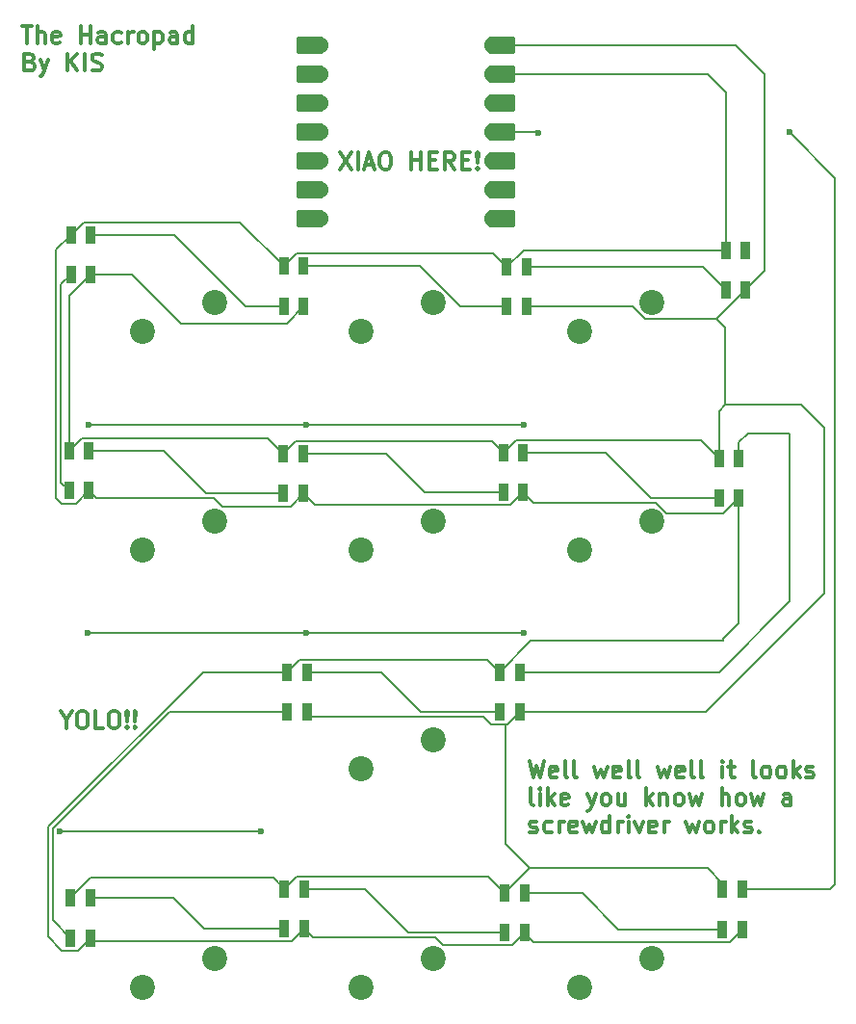
<source format=gbr>
%TF.GenerationSoftware,KiCad,Pcbnew,9.0.6*%
%TF.CreationDate,2025-12-08T11:04:57+13:00*%
%TF.ProjectId,hacropad,68616372-6f70-4616-942e-6b696361645f,rev?*%
%TF.SameCoordinates,Original*%
%TF.FileFunction,Copper,L1,Top*%
%TF.FilePolarity,Positive*%
%FSLAX46Y46*%
G04 Gerber Fmt 4.6, Leading zero omitted, Abs format (unit mm)*
G04 Created by KiCad (PCBNEW 9.0.6) date 2025-12-08 11:04:57*
%MOMM*%
%LPD*%
G01*
G04 APERTURE LIST*
G04 Aperture macros list*
%AMRoundRect*
0 Rectangle with rounded corners*
0 $1 Rounding radius*
0 $2 $3 $4 $5 $6 $7 $8 $9 X,Y pos of 4 corners*
0 Add a 4 corners polygon primitive as box body*
4,1,4,$2,$3,$4,$5,$6,$7,$8,$9,$2,$3,0*
0 Add four circle primitives for the rounded corners*
1,1,$1+$1,$2,$3*
1,1,$1+$1,$4,$5*
1,1,$1+$1,$6,$7*
1,1,$1+$1,$8,$9*
0 Add four rect primitives between the rounded corners*
20,1,$1+$1,$2,$3,$4,$5,0*
20,1,$1+$1,$4,$5,$6,$7,0*
20,1,$1+$1,$6,$7,$8,$9,0*
20,1,$1+$1,$8,$9,$2,$3,0*%
G04 Aperture macros list end*
%ADD10C,0.300000*%
%TA.AperFunction,NonConductor*%
%ADD11C,0.300000*%
%TD*%
%TA.AperFunction,SMDPad,CuDef*%
%ADD12R,0.850000X1.600000*%
%TD*%
%TA.AperFunction,ComponentPad*%
%ADD13C,2.200000*%
%TD*%
%TA.AperFunction,SMDPad,CuDef*%
%ADD14RoundRect,0.152400X1.063600X0.609600X-1.063600X0.609600X-1.063600X-0.609600X1.063600X-0.609600X0*%
%TD*%
%TA.AperFunction,ComponentPad*%
%ADD15C,1.524000*%
%TD*%
%TA.AperFunction,SMDPad,CuDef*%
%ADD16RoundRect,0.152400X-1.063600X-0.609600X1.063600X-0.609600X1.063600X0.609600X-1.063600X0.609600X0*%
%TD*%
%TA.AperFunction,ViaPad*%
%ADD17C,0.600000*%
%TD*%
%TA.AperFunction,Conductor*%
%ADD18C,0.200000*%
%TD*%
G04 APERTURE END LIST*
D10*
D11*
X158301653Y-89310996D02*
X158658796Y-90810996D01*
X158658796Y-90810996D02*
X158944510Y-89739568D01*
X158944510Y-89739568D02*
X159230225Y-90810996D01*
X159230225Y-90810996D02*
X159587368Y-89310996D01*
X160730225Y-90739568D02*
X160587368Y-90810996D01*
X160587368Y-90810996D02*
X160301654Y-90810996D01*
X160301654Y-90810996D02*
X160158796Y-90739568D01*
X160158796Y-90739568D02*
X160087368Y-90596710D01*
X160087368Y-90596710D02*
X160087368Y-90025282D01*
X160087368Y-90025282D02*
X160158796Y-89882425D01*
X160158796Y-89882425D02*
X160301654Y-89810996D01*
X160301654Y-89810996D02*
X160587368Y-89810996D01*
X160587368Y-89810996D02*
X160730225Y-89882425D01*
X160730225Y-89882425D02*
X160801654Y-90025282D01*
X160801654Y-90025282D02*
X160801654Y-90168139D01*
X160801654Y-90168139D02*
X160087368Y-90310996D01*
X161658796Y-90810996D02*
X161515939Y-90739568D01*
X161515939Y-90739568D02*
X161444510Y-90596710D01*
X161444510Y-90596710D02*
X161444510Y-89310996D01*
X162444510Y-90810996D02*
X162301653Y-90739568D01*
X162301653Y-90739568D02*
X162230224Y-90596710D01*
X162230224Y-90596710D02*
X162230224Y-89310996D01*
X164015938Y-89810996D02*
X164301653Y-90810996D01*
X164301653Y-90810996D02*
X164587367Y-90096710D01*
X164587367Y-90096710D02*
X164873081Y-90810996D01*
X164873081Y-90810996D02*
X165158795Y-89810996D01*
X166301653Y-90739568D02*
X166158796Y-90810996D01*
X166158796Y-90810996D02*
X165873082Y-90810996D01*
X165873082Y-90810996D02*
X165730224Y-90739568D01*
X165730224Y-90739568D02*
X165658796Y-90596710D01*
X165658796Y-90596710D02*
X165658796Y-90025282D01*
X165658796Y-90025282D02*
X165730224Y-89882425D01*
X165730224Y-89882425D02*
X165873082Y-89810996D01*
X165873082Y-89810996D02*
X166158796Y-89810996D01*
X166158796Y-89810996D02*
X166301653Y-89882425D01*
X166301653Y-89882425D02*
X166373082Y-90025282D01*
X166373082Y-90025282D02*
X166373082Y-90168139D01*
X166373082Y-90168139D02*
X165658796Y-90310996D01*
X167230224Y-90810996D02*
X167087367Y-90739568D01*
X167087367Y-90739568D02*
X167015938Y-90596710D01*
X167015938Y-90596710D02*
X167015938Y-89310996D01*
X168015938Y-90810996D02*
X167873081Y-90739568D01*
X167873081Y-90739568D02*
X167801652Y-90596710D01*
X167801652Y-90596710D02*
X167801652Y-89310996D01*
X169587366Y-89810996D02*
X169873081Y-90810996D01*
X169873081Y-90810996D02*
X170158795Y-90096710D01*
X170158795Y-90096710D02*
X170444509Y-90810996D01*
X170444509Y-90810996D02*
X170730223Y-89810996D01*
X171873081Y-90739568D02*
X171730224Y-90810996D01*
X171730224Y-90810996D02*
X171444510Y-90810996D01*
X171444510Y-90810996D02*
X171301652Y-90739568D01*
X171301652Y-90739568D02*
X171230224Y-90596710D01*
X171230224Y-90596710D02*
X171230224Y-90025282D01*
X171230224Y-90025282D02*
X171301652Y-89882425D01*
X171301652Y-89882425D02*
X171444510Y-89810996D01*
X171444510Y-89810996D02*
X171730224Y-89810996D01*
X171730224Y-89810996D02*
X171873081Y-89882425D01*
X171873081Y-89882425D02*
X171944510Y-90025282D01*
X171944510Y-90025282D02*
X171944510Y-90168139D01*
X171944510Y-90168139D02*
X171230224Y-90310996D01*
X172801652Y-90810996D02*
X172658795Y-90739568D01*
X172658795Y-90739568D02*
X172587366Y-90596710D01*
X172587366Y-90596710D02*
X172587366Y-89310996D01*
X173587366Y-90810996D02*
X173444509Y-90739568D01*
X173444509Y-90739568D02*
X173373080Y-90596710D01*
X173373080Y-90596710D02*
X173373080Y-89310996D01*
X175301651Y-90810996D02*
X175301651Y-89810996D01*
X175301651Y-89310996D02*
X175230223Y-89382425D01*
X175230223Y-89382425D02*
X175301651Y-89453853D01*
X175301651Y-89453853D02*
X175373080Y-89382425D01*
X175373080Y-89382425D02*
X175301651Y-89310996D01*
X175301651Y-89310996D02*
X175301651Y-89453853D01*
X175801652Y-89810996D02*
X176373080Y-89810996D01*
X176015937Y-89310996D02*
X176015937Y-90596710D01*
X176015937Y-90596710D02*
X176087366Y-90739568D01*
X176087366Y-90739568D02*
X176230223Y-90810996D01*
X176230223Y-90810996D02*
X176373080Y-90810996D01*
X178230223Y-90810996D02*
X178087366Y-90739568D01*
X178087366Y-90739568D02*
X178015937Y-90596710D01*
X178015937Y-90596710D02*
X178015937Y-89310996D01*
X179015937Y-90810996D02*
X178873080Y-90739568D01*
X178873080Y-90739568D02*
X178801651Y-90668139D01*
X178801651Y-90668139D02*
X178730223Y-90525282D01*
X178730223Y-90525282D02*
X178730223Y-90096710D01*
X178730223Y-90096710D02*
X178801651Y-89953853D01*
X178801651Y-89953853D02*
X178873080Y-89882425D01*
X178873080Y-89882425D02*
X179015937Y-89810996D01*
X179015937Y-89810996D02*
X179230223Y-89810996D01*
X179230223Y-89810996D02*
X179373080Y-89882425D01*
X179373080Y-89882425D02*
X179444509Y-89953853D01*
X179444509Y-89953853D02*
X179515937Y-90096710D01*
X179515937Y-90096710D02*
X179515937Y-90525282D01*
X179515937Y-90525282D02*
X179444509Y-90668139D01*
X179444509Y-90668139D02*
X179373080Y-90739568D01*
X179373080Y-90739568D02*
X179230223Y-90810996D01*
X179230223Y-90810996D02*
X179015937Y-90810996D01*
X180373080Y-90810996D02*
X180230223Y-90739568D01*
X180230223Y-90739568D02*
X180158794Y-90668139D01*
X180158794Y-90668139D02*
X180087366Y-90525282D01*
X180087366Y-90525282D02*
X180087366Y-90096710D01*
X180087366Y-90096710D02*
X180158794Y-89953853D01*
X180158794Y-89953853D02*
X180230223Y-89882425D01*
X180230223Y-89882425D02*
X180373080Y-89810996D01*
X180373080Y-89810996D02*
X180587366Y-89810996D01*
X180587366Y-89810996D02*
X180730223Y-89882425D01*
X180730223Y-89882425D02*
X180801652Y-89953853D01*
X180801652Y-89953853D02*
X180873080Y-90096710D01*
X180873080Y-90096710D02*
X180873080Y-90525282D01*
X180873080Y-90525282D02*
X180801652Y-90668139D01*
X180801652Y-90668139D02*
X180730223Y-90739568D01*
X180730223Y-90739568D02*
X180587366Y-90810996D01*
X180587366Y-90810996D02*
X180373080Y-90810996D01*
X181515937Y-90810996D02*
X181515937Y-89310996D01*
X181658795Y-90239568D02*
X182087366Y-90810996D01*
X182087366Y-89810996D02*
X181515937Y-90382425D01*
X182658795Y-90739568D02*
X182801652Y-90810996D01*
X182801652Y-90810996D02*
X183087366Y-90810996D01*
X183087366Y-90810996D02*
X183230223Y-90739568D01*
X183230223Y-90739568D02*
X183301652Y-90596710D01*
X183301652Y-90596710D02*
X183301652Y-90525282D01*
X183301652Y-90525282D02*
X183230223Y-90382425D01*
X183230223Y-90382425D02*
X183087366Y-90310996D01*
X183087366Y-90310996D02*
X182873081Y-90310996D01*
X182873081Y-90310996D02*
X182730223Y-90239568D01*
X182730223Y-90239568D02*
X182658795Y-90096710D01*
X182658795Y-90096710D02*
X182658795Y-90025282D01*
X182658795Y-90025282D02*
X182730223Y-89882425D01*
X182730223Y-89882425D02*
X182873081Y-89810996D01*
X182873081Y-89810996D02*
X183087366Y-89810996D01*
X183087366Y-89810996D02*
X183230223Y-89882425D01*
X158658796Y-93225912D02*
X158515939Y-93154484D01*
X158515939Y-93154484D02*
X158444510Y-93011626D01*
X158444510Y-93011626D02*
X158444510Y-91725912D01*
X159230224Y-93225912D02*
X159230224Y-92225912D01*
X159230224Y-91725912D02*
X159158796Y-91797341D01*
X159158796Y-91797341D02*
X159230224Y-91868769D01*
X159230224Y-91868769D02*
X159301653Y-91797341D01*
X159301653Y-91797341D02*
X159230224Y-91725912D01*
X159230224Y-91725912D02*
X159230224Y-91868769D01*
X159944510Y-93225912D02*
X159944510Y-91725912D01*
X160087368Y-92654484D02*
X160515939Y-93225912D01*
X160515939Y-92225912D02*
X159944510Y-92797341D01*
X161730225Y-93154484D02*
X161587368Y-93225912D01*
X161587368Y-93225912D02*
X161301654Y-93225912D01*
X161301654Y-93225912D02*
X161158796Y-93154484D01*
X161158796Y-93154484D02*
X161087368Y-93011626D01*
X161087368Y-93011626D02*
X161087368Y-92440198D01*
X161087368Y-92440198D02*
X161158796Y-92297341D01*
X161158796Y-92297341D02*
X161301654Y-92225912D01*
X161301654Y-92225912D02*
X161587368Y-92225912D01*
X161587368Y-92225912D02*
X161730225Y-92297341D01*
X161730225Y-92297341D02*
X161801654Y-92440198D01*
X161801654Y-92440198D02*
X161801654Y-92583055D01*
X161801654Y-92583055D02*
X161087368Y-92725912D01*
X163444510Y-92225912D02*
X163801653Y-93225912D01*
X164158796Y-92225912D02*
X163801653Y-93225912D01*
X163801653Y-93225912D02*
X163658796Y-93583055D01*
X163658796Y-93583055D02*
X163587367Y-93654484D01*
X163587367Y-93654484D02*
X163444510Y-93725912D01*
X164944510Y-93225912D02*
X164801653Y-93154484D01*
X164801653Y-93154484D02*
X164730224Y-93083055D01*
X164730224Y-93083055D02*
X164658796Y-92940198D01*
X164658796Y-92940198D02*
X164658796Y-92511626D01*
X164658796Y-92511626D02*
X164730224Y-92368769D01*
X164730224Y-92368769D02*
X164801653Y-92297341D01*
X164801653Y-92297341D02*
X164944510Y-92225912D01*
X164944510Y-92225912D02*
X165158796Y-92225912D01*
X165158796Y-92225912D02*
X165301653Y-92297341D01*
X165301653Y-92297341D02*
X165373082Y-92368769D01*
X165373082Y-92368769D02*
X165444510Y-92511626D01*
X165444510Y-92511626D02*
X165444510Y-92940198D01*
X165444510Y-92940198D02*
X165373082Y-93083055D01*
X165373082Y-93083055D02*
X165301653Y-93154484D01*
X165301653Y-93154484D02*
X165158796Y-93225912D01*
X165158796Y-93225912D02*
X164944510Y-93225912D01*
X166730225Y-92225912D02*
X166730225Y-93225912D01*
X166087367Y-92225912D02*
X166087367Y-93011626D01*
X166087367Y-93011626D02*
X166158796Y-93154484D01*
X166158796Y-93154484D02*
X166301653Y-93225912D01*
X166301653Y-93225912D02*
X166515939Y-93225912D01*
X166515939Y-93225912D02*
X166658796Y-93154484D01*
X166658796Y-93154484D02*
X166730225Y-93083055D01*
X168587367Y-93225912D02*
X168587367Y-91725912D01*
X168730225Y-92654484D02*
X169158796Y-93225912D01*
X169158796Y-92225912D02*
X168587367Y-92797341D01*
X169801653Y-92225912D02*
X169801653Y-93225912D01*
X169801653Y-92368769D02*
X169873082Y-92297341D01*
X169873082Y-92297341D02*
X170015939Y-92225912D01*
X170015939Y-92225912D02*
X170230225Y-92225912D01*
X170230225Y-92225912D02*
X170373082Y-92297341D01*
X170373082Y-92297341D02*
X170444511Y-92440198D01*
X170444511Y-92440198D02*
X170444511Y-93225912D01*
X171373082Y-93225912D02*
X171230225Y-93154484D01*
X171230225Y-93154484D02*
X171158796Y-93083055D01*
X171158796Y-93083055D02*
X171087368Y-92940198D01*
X171087368Y-92940198D02*
X171087368Y-92511626D01*
X171087368Y-92511626D02*
X171158796Y-92368769D01*
X171158796Y-92368769D02*
X171230225Y-92297341D01*
X171230225Y-92297341D02*
X171373082Y-92225912D01*
X171373082Y-92225912D02*
X171587368Y-92225912D01*
X171587368Y-92225912D02*
X171730225Y-92297341D01*
X171730225Y-92297341D02*
X171801654Y-92368769D01*
X171801654Y-92368769D02*
X171873082Y-92511626D01*
X171873082Y-92511626D02*
X171873082Y-92940198D01*
X171873082Y-92940198D02*
X171801654Y-93083055D01*
X171801654Y-93083055D02*
X171730225Y-93154484D01*
X171730225Y-93154484D02*
X171587368Y-93225912D01*
X171587368Y-93225912D02*
X171373082Y-93225912D01*
X172373082Y-92225912D02*
X172658797Y-93225912D01*
X172658797Y-93225912D02*
X172944511Y-92511626D01*
X172944511Y-92511626D02*
X173230225Y-93225912D01*
X173230225Y-93225912D02*
X173515939Y-92225912D01*
X175230225Y-93225912D02*
X175230225Y-91725912D01*
X175873083Y-93225912D02*
X175873083Y-92440198D01*
X175873083Y-92440198D02*
X175801654Y-92297341D01*
X175801654Y-92297341D02*
X175658797Y-92225912D01*
X175658797Y-92225912D02*
X175444511Y-92225912D01*
X175444511Y-92225912D02*
X175301654Y-92297341D01*
X175301654Y-92297341D02*
X175230225Y-92368769D01*
X176801654Y-93225912D02*
X176658797Y-93154484D01*
X176658797Y-93154484D02*
X176587368Y-93083055D01*
X176587368Y-93083055D02*
X176515940Y-92940198D01*
X176515940Y-92940198D02*
X176515940Y-92511626D01*
X176515940Y-92511626D02*
X176587368Y-92368769D01*
X176587368Y-92368769D02*
X176658797Y-92297341D01*
X176658797Y-92297341D02*
X176801654Y-92225912D01*
X176801654Y-92225912D02*
X177015940Y-92225912D01*
X177015940Y-92225912D02*
X177158797Y-92297341D01*
X177158797Y-92297341D02*
X177230226Y-92368769D01*
X177230226Y-92368769D02*
X177301654Y-92511626D01*
X177301654Y-92511626D02*
X177301654Y-92940198D01*
X177301654Y-92940198D02*
X177230226Y-93083055D01*
X177230226Y-93083055D02*
X177158797Y-93154484D01*
X177158797Y-93154484D02*
X177015940Y-93225912D01*
X177015940Y-93225912D02*
X176801654Y-93225912D01*
X177801654Y-92225912D02*
X178087369Y-93225912D01*
X178087369Y-93225912D02*
X178373083Y-92511626D01*
X178373083Y-92511626D02*
X178658797Y-93225912D01*
X178658797Y-93225912D02*
X178944511Y-92225912D01*
X181301655Y-93225912D02*
X181301655Y-92440198D01*
X181301655Y-92440198D02*
X181230226Y-92297341D01*
X181230226Y-92297341D02*
X181087369Y-92225912D01*
X181087369Y-92225912D02*
X180801655Y-92225912D01*
X180801655Y-92225912D02*
X180658797Y-92297341D01*
X181301655Y-93154484D02*
X181158797Y-93225912D01*
X181158797Y-93225912D02*
X180801655Y-93225912D01*
X180801655Y-93225912D02*
X180658797Y-93154484D01*
X180658797Y-93154484D02*
X180587369Y-93011626D01*
X180587369Y-93011626D02*
X180587369Y-92868769D01*
X180587369Y-92868769D02*
X180658797Y-92725912D01*
X180658797Y-92725912D02*
X180801655Y-92654484D01*
X180801655Y-92654484D02*
X181158797Y-92654484D01*
X181158797Y-92654484D02*
X181301655Y-92583055D01*
X158373082Y-95569400D02*
X158515939Y-95640828D01*
X158515939Y-95640828D02*
X158801653Y-95640828D01*
X158801653Y-95640828D02*
X158944510Y-95569400D01*
X158944510Y-95569400D02*
X159015939Y-95426542D01*
X159015939Y-95426542D02*
X159015939Y-95355114D01*
X159015939Y-95355114D02*
X158944510Y-95212257D01*
X158944510Y-95212257D02*
X158801653Y-95140828D01*
X158801653Y-95140828D02*
X158587368Y-95140828D01*
X158587368Y-95140828D02*
X158444510Y-95069400D01*
X158444510Y-95069400D02*
X158373082Y-94926542D01*
X158373082Y-94926542D02*
X158373082Y-94855114D01*
X158373082Y-94855114D02*
X158444510Y-94712257D01*
X158444510Y-94712257D02*
X158587368Y-94640828D01*
X158587368Y-94640828D02*
X158801653Y-94640828D01*
X158801653Y-94640828D02*
X158944510Y-94712257D01*
X160301654Y-95569400D02*
X160158796Y-95640828D01*
X160158796Y-95640828D02*
X159873082Y-95640828D01*
X159873082Y-95640828D02*
X159730225Y-95569400D01*
X159730225Y-95569400D02*
X159658796Y-95497971D01*
X159658796Y-95497971D02*
X159587368Y-95355114D01*
X159587368Y-95355114D02*
X159587368Y-94926542D01*
X159587368Y-94926542D02*
X159658796Y-94783685D01*
X159658796Y-94783685D02*
X159730225Y-94712257D01*
X159730225Y-94712257D02*
X159873082Y-94640828D01*
X159873082Y-94640828D02*
X160158796Y-94640828D01*
X160158796Y-94640828D02*
X160301654Y-94712257D01*
X160944510Y-95640828D02*
X160944510Y-94640828D01*
X160944510Y-94926542D02*
X161015939Y-94783685D01*
X161015939Y-94783685D02*
X161087368Y-94712257D01*
X161087368Y-94712257D02*
X161230225Y-94640828D01*
X161230225Y-94640828D02*
X161373082Y-94640828D01*
X162444510Y-95569400D02*
X162301653Y-95640828D01*
X162301653Y-95640828D02*
X162015939Y-95640828D01*
X162015939Y-95640828D02*
X161873081Y-95569400D01*
X161873081Y-95569400D02*
X161801653Y-95426542D01*
X161801653Y-95426542D02*
X161801653Y-94855114D01*
X161801653Y-94855114D02*
X161873081Y-94712257D01*
X161873081Y-94712257D02*
X162015939Y-94640828D01*
X162015939Y-94640828D02*
X162301653Y-94640828D01*
X162301653Y-94640828D02*
X162444510Y-94712257D01*
X162444510Y-94712257D02*
X162515939Y-94855114D01*
X162515939Y-94855114D02*
X162515939Y-94997971D01*
X162515939Y-94997971D02*
X161801653Y-95140828D01*
X163015938Y-94640828D02*
X163301653Y-95640828D01*
X163301653Y-95640828D02*
X163587367Y-94926542D01*
X163587367Y-94926542D02*
X163873081Y-95640828D01*
X163873081Y-95640828D02*
X164158795Y-94640828D01*
X165373082Y-95640828D02*
X165373082Y-94140828D01*
X165373082Y-95569400D02*
X165230224Y-95640828D01*
X165230224Y-95640828D02*
X164944510Y-95640828D01*
X164944510Y-95640828D02*
X164801653Y-95569400D01*
X164801653Y-95569400D02*
X164730224Y-95497971D01*
X164730224Y-95497971D02*
X164658796Y-95355114D01*
X164658796Y-95355114D02*
X164658796Y-94926542D01*
X164658796Y-94926542D02*
X164730224Y-94783685D01*
X164730224Y-94783685D02*
X164801653Y-94712257D01*
X164801653Y-94712257D02*
X164944510Y-94640828D01*
X164944510Y-94640828D02*
X165230224Y-94640828D01*
X165230224Y-94640828D02*
X165373082Y-94712257D01*
X166087367Y-95640828D02*
X166087367Y-94640828D01*
X166087367Y-94926542D02*
X166158796Y-94783685D01*
X166158796Y-94783685D02*
X166230225Y-94712257D01*
X166230225Y-94712257D02*
X166373082Y-94640828D01*
X166373082Y-94640828D02*
X166515939Y-94640828D01*
X167015938Y-95640828D02*
X167015938Y-94640828D01*
X167015938Y-94140828D02*
X166944510Y-94212257D01*
X166944510Y-94212257D02*
X167015938Y-94283685D01*
X167015938Y-94283685D02*
X167087367Y-94212257D01*
X167087367Y-94212257D02*
X167015938Y-94140828D01*
X167015938Y-94140828D02*
X167015938Y-94283685D01*
X167587367Y-94640828D02*
X167944510Y-95640828D01*
X167944510Y-95640828D02*
X168301653Y-94640828D01*
X169444510Y-95569400D02*
X169301653Y-95640828D01*
X169301653Y-95640828D02*
X169015939Y-95640828D01*
X169015939Y-95640828D02*
X168873081Y-95569400D01*
X168873081Y-95569400D02*
X168801653Y-95426542D01*
X168801653Y-95426542D02*
X168801653Y-94855114D01*
X168801653Y-94855114D02*
X168873081Y-94712257D01*
X168873081Y-94712257D02*
X169015939Y-94640828D01*
X169015939Y-94640828D02*
X169301653Y-94640828D01*
X169301653Y-94640828D02*
X169444510Y-94712257D01*
X169444510Y-94712257D02*
X169515939Y-94855114D01*
X169515939Y-94855114D02*
X169515939Y-94997971D01*
X169515939Y-94997971D02*
X168801653Y-95140828D01*
X170158795Y-95640828D02*
X170158795Y-94640828D01*
X170158795Y-94926542D02*
X170230224Y-94783685D01*
X170230224Y-94783685D02*
X170301653Y-94712257D01*
X170301653Y-94712257D02*
X170444510Y-94640828D01*
X170444510Y-94640828D02*
X170587367Y-94640828D01*
X172087366Y-94640828D02*
X172373081Y-95640828D01*
X172373081Y-95640828D02*
X172658795Y-94926542D01*
X172658795Y-94926542D02*
X172944509Y-95640828D01*
X172944509Y-95640828D02*
X173230223Y-94640828D01*
X174015938Y-95640828D02*
X173873081Y-95569400D01*
X173873081Y-95569400D02*
X173801652Y-95497971D01*
X173801652Y-95497971D02*
X173730224Y-95355114D01*
X173730224Y-95355114D02*
X173730224Y-94926542D01*
X173730224Y-94926542D02*
X173801652Y-94783685D01*
X173801652Y-94783685D02*
X173873081Y-94712257D01*
X173873081Y-94712257D02*
X174015938Y-94640828D01*
X174015938Y-94640828D02*
X174230224Y-94640828D01*
X174230224Y-94640828D02*
X174373081Y-94712257D01*
X174373081Y-94712257D02*
X174444510Y-94783685D01*
X174444510Y-94783685D02*
X174515938Y-94926542D01*
X174515938Y-94926542D02*
X174515938Y-95355114D01*
X174515938Y-95355114D02*
X174444510Y-95497971D01*
X174444510Y-95497971D02*
X174373081Y-95569400D01*
X174373081Y-95569400D02*
X174230224Y-95640828D01*
X174230224Y-95640828D02*
X174015938Y-95640828D01*
X175158795Y-95640828D02*
X175158795Y-94640828D01*
X175158795Y-94926542D02*
X175230224Y-94783685D01*
X175230224Y-94783685D02*
X175301653Y-94712257D01*
X175301653Y-94712257D02*
X175444510Y-94640828D01*
X175444510Y-94640828D02*
X175587367Y-94640828D01*
X176087366Y-95640828D02*
X176087366Y-94140828D01*
X176230224Y-95069400D02*
X176658795Y-95640828D01*
X176658795Y-94640828D02*
X176087366Y-95212257D01*
X177230224Y-95569400D02*
X177373081Y-95640828D01*
X177373081Y-95640828D02*
X177658795Y-95640828D01*
X177658795Y-95640828D02*
X177801652Y-95569400D01*
X177801652Y-95569400D02*
X177873081Y-95426542D01*
X177873081Y-95426542D02*
X177873081Y-95355114D01*
X177873081Y-95355114D02*
X177801652Y-95212257D01*
X177801652Y-95212257D02*
X177658795Y-95140828D01*
X177658795Y-95140828D02*
X177444510Y-95140828D01*
X177444510Y-95140828D02*
X177301652Y-95069400D01*
X177301652Y-95069400D02*
X177230224Y-94926542D01*
X177230224Y-94926542D02*
X177230224Y-94855114D01*
X177230224Y-94855114D02*
X177301652Y-94712257D01*
X177301652Y-94712257D02*
X177444510Y-94640828D01*
X177444510Y-94640828D02*
X177658795Y-94640828D01*
X177658795Y-94640828D02*
X177801652Y-94712257D01*
X178515938Y-95497971D02*
X178587367Y-95569400D01*
X178587367Y-95569400D02*
X178515938Y-95640828D01*
X178515938Y-95640828D02*
X178444510Y-95569400D01*
X178444510Y-95569400D02*
X178515938Y-95497971D01*
X178515938Y-95497971D02*
X178515938Y-95640828D01*
D10*
D11*
X141661653Y-35830828D02*
X142661653Y-37330828D01*
X142661653Y-35830828D02*
X141661653Y-37330828D01*
X143233081Y-37330828D02*
X143233081Y-35830828D01*
X143875939Y-36902257D02*
X144590225Y-36902257D01*
X143733082Y-37330828D02*
X144233082Y-35830828D01*
X144233082Y-35830828D02*
X144733082Y-37330828D01*
X145518796Y-35830828D02*
X145804510Y-35830828D01*
X145804510Y-35830828D02*
X145947367Y-35902257D01*
X145947367Y-35902257D02*
X146090224Y-36045114D01*
X146090224Y-36045114D02*
X146161653Y-36330828D01*
X146161653Y-36330828D02*
X146161653Y-36830828D01*
X146161653Y-36830828D02*
X146090224Y-37116542D01*
X146090224Y-37116542D02*
X145947367Y-37259400D01*
X145947367Y-37259400D02*
X145804510Y-37330828D01*
X145804510Y-37330828D02*
X145518796Y-37330828D01*
X145518796Y-37330828D02*
X145375939Y-37259400D01*
X145375939Y-37259400D02*
X145233081Y-37116542D01*
X145233081Y-37116542D02*
X145161653Y-36830828D01*
X145161653Y-36830828D02*
X145161653Y-36330828D01*
X145161653Y-36330828D02*
X145233081Y-36045114D01*
X145233081Y-36045114D02*
X145375939Y-35902257D01*
X145375939Y-35902257D02*
X145518796Y-35830828D01*
X147947367Y-37330828D02*
X147947367Y-35830828D01*
X147947367Y-36545114D02*
X148804510Y-36545114D01*
X148804510Y-37330828D02*
X148804510Y-35830828D01*
X149518796Y-36545114D02*
X150018796Y-36545114D01*
X150233082Y-37330828D02*
X149518796Y-37330828D01*
X149518796Y-37330828D02*
X149518796Y-35830828D01*
X149518796Y-35830828D02*
X150233082Y-35830828D01*
X151733082Y-37330828D02*
X151233082Y-36616542D01*
X150875939Y-37330828D02*
X150875939Y-35830828D01*
X150875939Y-35830828D02*
X151447368Y-35830828D01*
X151447368Y-35830828D02*
X151590225Y-35902257D01*
X151590225Y-35902257D02*
X151661654Y-35973685D01*
X151661654Y-35973685D02*
X151733082Y-36116542D01*
X151733082Y-36116542D02*
X151733082Y-36330828D01*
X151733082Y-36330828D02*
X151661654Y-36473685D01*
X151661654Y-36473685D02*
X151590225Y-36545114D01*
X151590225Y-36545114D02*
X151447368Y-36616542D01*
X151447368Y-36616542D02*
X150875939Y-36616542D01*
X152375939Y-36545114D02*
X152875939Y-36545114D01*
X153090225Y-37330828D02*
X152375939Y-37330828D01*
X152375939Y-37330828D02*
X152375939Y-35830828D01*
X152375939Y-35830828D02*
X153090225Y-35830828D01*
X153733082Y-37187971D02*
X153804511Y-37259400D01*
X153804511Y-37259400D02*
X153733082Y-37330828D01*
X153733082Y-37330828D02*
X153661654Y-37259400D01*
X153661654Y-37259400D02*
X153733082Y-37187971D01*
X153733082Y-37187971D02*
X153733082Y-37330828D01*
X153733082Y-36759400D02*
X153661654Y-35902257D01*
X153661654Y-35902257D02*
X153733082Y-35830828D01*
X153733082Y-35830828D02*
X153804511Y-35902257D01*
X153804511Y-35902257D02*
X153733082Y-36759400D01*
X153733082Y-36759400D02*
X153733082Y-35830828D01*
D10*
D11*
X117580225Y-85726542D02*
X117580225Y-86440828D01*
X117080225Y-84940828D02*
X117580225Y-85726542D01*
X117580225Y-85726542D02*
X118080225Y-84940828D01*
X118865939Y-84940828D02*
X119151653Y-84940828D01*
X119151653Y-84940828D02*
X119294510Y-85012257D01*
X119294510Y-85012257D02*
X119437367Y-85155114D01*
X119437367Y-85155114D02*
X119508796Y-85440828D01*
X119508796Y-85440828D02*
X119508796Y-85940828D01*
X119508796Y-85940828D02*
X119437367Y-86226542D01*
X119437367Y-86226542D02*
X119294510Y-86369400D01*
X119294510Y-86369400D02*
X119151653Y-86440828D01*
X119151653Y-86440828D02*
X118865939Y-86440828D01*
X118865939Y-86440828D02*
X118723082Y-86369400D01*
X118723082Y-86369400D02*
X118580224Y-86226542D01*
X118580224Y-86226542D02*
X118508796Y-85940828D01*
X118508796Y-85940828D02*
X118508796Y-85440828D01*
X118508796Y-85440828D02*
X118580224Y-85155114D01*
X118580224Y-85155114D02*
X118723082Y-85012257D01*
X118723082Y-85012257D02*
X118865939Y-84940828D01*
X120865939Y-86440828D02*
X120151653Y-86440828D01*
X120151653Y-86440828D02*
X120151653Y-84940828D01*
X121651654Y-84940828D02*
X121937368Y-84940828D01*
X121937368Y-84940828D02*
X122080225Y-85012257D01*
X122080225Y-85012257D02*
X122223082Y-85155114D01*
X122223082Y-85155114D02*
X122294511Y-85440828D01*
X122294511Y-85440828D02*
X122294511Y-85940828D01*
X122294511Y-85940828D02*
X122223082Y-86226542D01*
X122223082Y-86226542D02*
X122080225Y-86369400D01*
X122080225Y-86369400D02*
X121937368Y-86440828D01*
X121937368Y-86440828D02*
X121651654Y-86440828D01*
X121651654Y-86440828D02*
X121508797Y-86369400D01*
X121508797Y-86369400D02*
X121365939Y-86226542D01*
X121365939Y-86226542D02*
X121294511Y-85940828D01*
X121294511Y-85940828D02*
X121294511Y-85440828D01*
X121294511Y-85440828D02*
X121365939Y-85155114D01*
X121365939Y-85155114D02*
X121508797Y-85012257D01*
X121508797Y-85012257D02*
X121651654Y-84940828D01*
X122937368Y-86297971D02*
X123008797Y-86369400D01*
X123008797Y-86369400D02*
X122937368Y-86440828D01*
X122937368Y-86440828D02*
X122865940Y-86369400D01*
X122865940Y-86369400D02*
X122937368Y-86297971D01*
X122937368Y-86297971D02*
X122937368Y-86440828D01*
X122937368Y-85869400D02*
X122865940Y-85012257D01*
X122865940Y-85012257D02*
X122937368Y-84940828D01*
X122937368Y-84940828D02*
X123008797Y-85012257D01*
X123008797Y-85012257D02*
X122937368Y-85869400D01*
X122937368Y-85869400D02*
X122937368Y-84940828D01*
X123651654Y-86297971D02*
X123723083Y-86369400D01*
X123723083Y-86369400D02*
X123651654Y-86440828D01*
X123651654Y-86440828D02*
X123580226Y-86369400D01*
X123580226Y-86369400D02*
X123651654Y-86297971D01*
X123651654Y-86297971D02*
X123651654Y-86440828D01*
X123651654Y-85869400D02*
X123580226Y-85012257D01*
X123580226Y-85012257D02*
X123651654Y-84940828D01*
X123651654Y-84940828D02*
X123723083Y-85012257D01*
X123723083Y-85012257D02*
X123651654Y-85869400D01*
X123651654Y-85869400D02*
X123651654Y-84940828D01*
D10*
D11*
X113710225Y-24755912D02*
X114567368Y-24755912D01*
X114138796Y-26255912D02*
X114138796Y-24755912D01*
X115067367Y-26255912D02*
X115067367Y-24755912D01*
X115710225Y-26255912D02*
X115710225Y-25470198D01*
X115710225Y-25470198D02*
X115638796Y-25327341D01*
X115638796Y-25327341D02*
X115495939Y-25255912D01*
X115495939Y-25255912D02*
X115281653Y-25255912D01*
X115281653Y-25255912D02*
X115138796Y-25327341D01*
X115138796Y-25327341D02*
X115067367Y-25398769D01*
X116995939Y-26184484D02*
X116853082Y-26255912D01*
X116853082Y-26255912D02*
X116567368Y-26255912D01*
X116567368Y-26255912D02*
X116424510Y-26184484D01*
X116424510Y-26184484D02*
X116353082Y-26041626D01*
X116353082Y-26041626D02*
X116353082Y-25470198D01*
X116353082Y-25470198D02*
X116424510Y-25327341D01*
X116424510Y-25327341D02*
X116567368Y-25255912D01*
X116567368Y-25255912D02*
X116853082Y-25255912D01*
X116853082Y-25255912D02*
X116995939Y-25327341D01*
X116995939Y-25327341D02*
X117067368Y-25470198D01*
X117067368Y-25470198D02*
X117067368Y-25613055D01*
X117067368Y-25613055D02*
X116353082Y-25755912D01*
X118853081Y-26255912D02*
X118853081Y-24755912D01*
X118853081Y-25470198D02*
X119710224Y-25470198D01*
X119710224Y-26255912D02*
X119710224Y-24755912D01*
X121067368Y-26255912D02*
X121067368Y-25470198D01*
X121067368Y-25470198D02*
X120995939Y-25327341D01*
X120995939Y-25327341D02*
X120853082Y-25255912D01*
X120853082Y-25255912D02*
X120567368Y-25255912D01*
X120567368Y-25255912D02*
X120424510Y-25327341D01*
X121067368Y-26184484D02*
X120924510Y-26255912D01*
X120924510Y-26255912D02*
X120567368Y-26255912D01*
X120567368Y-26255912D02*
X120424510Y-26184484D01*
X120424510Y-26184484D02*
X120353082Y-26041626D01*
X120353082Y-26041626D02*
X120353082Y-25898769D01*
X120353082Y-25898769D02*
X120424510Y-25755912D01*
X120424510Y-25755912D02*
X120567368Y-25684484D01*
X120567368Y-25684484D02*
X120924510Y-25684484D01*
X120924510Y-25684484D02*
X121067368Y-25613055D01*
X122424511Y-26184484D02*
X122281653Y-26255912D01*
X122281653Y-26255912D02*
X121995939Y-26255912D01*
X121995939Y-26255912D02*
X121853082Y-26184484D01*
X121853082Y-26184484D02*
X121781653Y-26113055D01*
X121781653Y-26113055D02*
X121710225Y-25970198D01*
X121710225Y-25970198D02*
X121710225Y-25541626D01*
X121710225Y-25541626D02*
X121781653Y-25398769D01*
X121781653Y-25398769D02*
X121853082Y-25327341D01*
X121853082Y-25327341D02*
X121995939Y-25255912D01*
X121995939Y-25255912D02*
X122281653Y-25255912D01*
X122281653Y-25255912D02*
X122424511Y-25327341D01*
X123067367Y-26255912D02*
X123067367Y-25255912D01*
X123067367Y-25541626D02*
X123138796Y-25398769D01*
X123138796Y-25398769D02*
X123210225Y-25327341D01*
X123210225Y-25327341D02*
X123353082Y-25255912D01*
X123353082Y-25255912D02*
X123495939Y-25255912D01*
X124210224Y-26255912D02*
X124067367Y-26184484D01*
X124067367Y-26184484D02*
X123995938Y-26113055D01*
X123995938Y-26113055D02*
X123924510Y-25970198D01*
X123924510Y-25970198D02*
X123924510Y-25541626D01*
X123924510Y-25541626D02*
X123995938Y-25398769D01*
X123995938Y-25398769D02*
X124067367Y-25327341D01*
X124067367Y-25327341D02*
X124210224Y-25255912D01*
X124210224Y-25255912D02*
X124424510Y-25255912D01*
X124424510Y-25255912D02*
X124567367Y-25327341D01*
X124567367Y-25327341D02*
X124638796Y-25398769D01*
X124638796Y-25398769D02*
X124710224Y-25541626D01*
X124710224Y-25541626D02*
X124710224Y-25970198D01*
X124710224Y-25970198D02*
X124638796Y-26113055D01*
X124638796Y-26113055D02*
X124567367Y-26184484D01*
X124567367Y-26184484D02*
X124424510Y-26255912D01*
X124424510Y-26255912D02*
X124210224Y-26255912D01*
X125353081Y-25255912D02*
X125353081Y-26755912D01*
X125353081Y-25327341D02*
X125495939Y-25255912D01*
X125495939Y-25255912D02*
X125781653Y-25255912D01*
X125781653Y-25255912D02*
X125924510Y-25327341D01*
X125924510Y-25327341D02*
X125995939Y-25398769D01*
X125995939Y-25398769D02*
X126067367Y-25541626D01*
X126067367Y-25541626D02*
X126067367Y-25970198D01*
X126067367Y-25970198D02*
X125995939Y-26113055D01*
X125995939Y-26113055D02*
X125924510Y-26184484D01*
X125924510Y-26184484D02*
X125781653Y-26255912D01*
X125781653Y-26255912D02*
X125495939Y-26255912D01*
X125495939Y-26255912D02*
X125353081Y-26184484D01*
X127353082Y-26255912D02*
X127353082Y-25470198D01*
X127353082Y-25470198D02*
X127281653Y-25327341D01*
X127281653Y-25327341D02*
X127138796Y-25255912D01*
X127138796Y-25255912D02*
X126853082Y-25255912D01*
X126853082Y-25255912D02*
X126710224Y-25327341D01*
X127353082Y-26184484D02*
X127210224Y-26255912D01*
X127210224Y-26255912D02*
X126853082Y-26255912D01*
X126853082Y-26255912D02*
X126710224Y-26184484D01*
X126710224Y-26184484D02*
X126638796Y-26041626D01*
X126638796Y-26041626D02*
X126638796Y-25898769D01*
X126638796Y-25898769D02*
X126710224Y-25755912D01*
X126710224Y-25755912D02*
X126853082Y-25684484D01*
X126853082Y-25684484D02*
X127210224Y-25684484D01*
X127210224Y-25684484D02*
X127353082Y-25613055D01*
X128710225Y-26255912D02*
X128710225Y-24755912D01*
X128710225Y-26184484D02*
X128567367Y-26255912D01*
X128567367Y-26255912D02*
X128281653Y-26255912D01*
X128281653Y-26255912D02*
X128138796Y-26184484D01*
X128138796Y-26184484D02*
X128067367Y-26113055D01*
X128067367Y-26113055D02*
X127995939Y-25970198D01*
X127995939Y-25970198D02*
X127995939Y-25541626D01*
X127995939Y-25541626D02*
X128067367Y-25398769D01*
X128067367Y-25398769D02*
X128138796Y-25327341D01*
X128138796Y-25327341D02*
X128281653Y-25255912D01*
X128281653Y-25255912D02*
X128567367Y-25255912D01*
X128567367Y-25255912D02*
X128710225Y-25327341D01*
X114424510Y-27885114D02*
X114638796Y-27956542D01*
X114638796Y-27956542D02*
X114710225Y-28027971D01*
X114710225Y-28027971D02*
X114781653Y-28170828D01*
X114781653Y-28170828D02*
X114781653Y-28385114D01*
X114781653Y-28385114D02*
X114710225Y-28527971D01*
X114710225Y-28527971D02*
X114638796Y-28599400D01*
X114638796Y-28599400D02*
X114495939Y-28670828D01*
X114495939Y-28670828D02*
X113924510Y-28670828D01*
X113924510Y-28670828D02*
X113924510Y-27170828D01*
X113924510Y-27170828D02*
X114424510Y-27170828D01*
X114424510Y-27170828D02*
X114567368Y-27242257D01*
X114567368Y-27242257D02*
X114638796Y-27313685D01*
X114638796Y-27313685D02*
X114710225Y-27456542D01*
X114710225Y-27456542D02*
X114710225Y-27599400D01*
X114710225Y-27599400D02*
X114638796Y-27742257D01*
X114638796Y-27742257D02*
X114567368Y-27813685D01*
X114567368Y-27813685D02*
X114424510Y-27885114D01*
X114424510Y-27885114D02*
X113924510Y-27885114D01*
X115281653Y-27670828D02*
X115638796Y-28670828D01*
X115995939Y-27670828D02*
X115638796Y-28670828D01*
X115638796Y-28670828D02*
X115495939Y-29027971D01*
X115495939Y-29027971D02*
X115424510Y-29099400D01*
X115424510Y-29099400D02*
X115281653Y-29170828D01*
X117710224Y-28670828D02*
X117710224Y-27170828D01*
X118567367Y-28670828D02*
X117924510Y-27813685D01*
X118567367Y-27170828D02*
X117710224Y-28027971D01*
X119210224Y-28670828D02*
X119210224Y-27170828D01*
X119853082Y-28599400D02*
X120067368Y-28670828D01*
X120067368Y-28670828D02*
X120424510Y-28670828D01*
X120424510Y-28670828D02*
X120567368Y-28599400D01*
X120567368Y-28599400D02*
X120638796Y-28527971D01*
X120638796Y-28527971D02*
X120710225Y-28385114D01*
X120710225Y-28385114D02*
X120710225Y-28242257D01*
X120710225Y-28242257D02*
X120638796Y-28099400D01*
X120638796Y-28099400D02*
X120567368Y-28027971D01*
X120567368Y-28027971D02*
X120424510Y-27956542D01*
X120424510Y-27956542D02*
X120138796Y-27885114D01*
X120138796Y-27885114D02*
X119995939Y-27813685D01*
X119995939Y-27813685D02*
X119924510Y-27742257D01*
X119924510Y-27742257D02*
X119853082Y-27599400D01*
X119853082Y-27599400D02*
X119853082Y-27456542D01*
X119853082Y-27456542D02*
X119924510Y-27313685D01*
X119924510Y-27313685D02*
X119995939Y-27242257D01*
X119995939Y-27242257D02*
X120138796Y-27170828D01*
X120138796Y-27170828D02*
X120495939Y-27170828D01*
X120495939Y-27170828D02*
X120710225Y-27242257D01*
D12*
%TO.P,D13,1,DOUT*%
%TO.N,Net-(D13-DOUT)*%
X136720000Y-49340000D03*
%TO.P,D13,2,VSS*%
%TO.N,fIVER*%
X138470000Y-49340000D03*
%TO.P,D13,3,DIN*%
%TO.N,Net-(D12-DOUT)*%
X138470000Y-45840000D03*
%TO.P,D13,4,VDD*%
%TO.N,Floor*%
X136720000Y-45840000D03*
%TD*%
D13*
%TO.P,SW10,1,1*%
%TO.N,Col3*%
X169070000Y-106670000D03*
%TO.P,SW10,2,2*%
%TO.N,Net-(D10-A)*%
X162720000Y-109210000D03*
%TD*%
%TO.P,SW8,1,1*%
%TO.N,col1*%
X130670000Y-106670000D03*
%TO.P,SW8,2,2*%
%TO.N,Net-(D8-A)*%
X124320000Y-109210000D03*
%TD*%
%TO.P,SW6,1,1*%
%TO.N,Col3*%
X169070000Y-68280000D03*
%TO.P,SW6,2,2*%
%TO.N,Net-(D6-A)*%
X162720000Y-70820000D03*
%TD*%
%TO.P,SW1,1,1*%
%TO.N,col1*%
X130670000Y-49080000D03*
%TO.P,SW1,2,2*%
%TO.N,Net-(D1-A)*%
X124320000Y-51620000D03*
%TD*%
%TO.P,SW9,1,1*%
%TO.N,COL2*%
X149870000Y-106670000D03*
%TO.P,SW9,2,2*%
%TO.N,Net-(D9-A)*%
X143520000Y-109210000D03*
%TD*%
D12*
%TO.P,D11,1,DOUT*%
%TO.N,Net-(D11-DOUT)*%
X175590000Y-47930000D03*
%TO.P,D11,2,VSS*%
%TO.N,fIVER*%
X177340000Y-47930000D03*
%TO.P,D11,3,DIN*%
%TO.N,unconnected-(D11-DIN-Pad3)*%
X177340000Y-44430000D03*
%TO.P,D11,4,VDD*%
%TO.N,Floor*%
X175590000Y-44430000D03*
%TD*%
%TO.P,D19,1,DOUT*%
%TO.N,Net-(D19-DOUT)*%
X155700000Y-85010000D03*
%TO.P,D19,2,VSS*%
%TO.N,fIVER*%
X157450000Y-85010000D03*
%TO.P,D19,3,DIN*%
%TO.N,Net-(D18-DOUT)*%
X157450000Y-81510000D03*
%TO.P,D19,4,VDD*%
%TO.N,Floor*%
X155700000Y-81510000D03*
%TD*%
%TO.P,D21,1,DOUT*%
%TO.N,Net-(D20-DIN)*%
X119700000Y-101390000D03*
%TO.P,D21,2,VSS*%
%TO.N,fIVER*%
X117950000Y-101390000D03*
%TO.P,D21,3,DIN*%
%TO.N,Net-(D21-DIN)*%
X117950000Y-104890000D03*
%TO.P,D21,4,VDD*%
%TO.N,Floor*%
X119700000Y-104890000D03*
%TD*%
%TO.P,D15,1,DOUT*%
%TO.N,Net-(D15-DOUT)*%
X119580000Y-62090000D03*
%TO.P,D15,2,VSS*%
%TO.N,fIVER*%
X117830000Y-62090000D03*
%TO.P,D15,3,DIN*%
%TO.N,Net-(D14-DOUT)*%
X117830000Y-65590000D03*
%TO.P,D15,4,VDD*%
%TO.N,Floor*%
X119580000Y-65590000D03*
%TD*%
%TO.P,D12,1,DOUT*%
%TO.N,Net-(D12-DOUT)*%
X156330000Y-49390000D03*
%TO.P,D12,2,VSS*%
%TO.N,fIVER*%
X158080000Y-49390000D03*
%TO.P,D12,3,DIN*%
%TO.N,Net-(D11-DOUT)*%
X158080000Y-45890000D03*
%TO.P,D12,4,VDD*%
%TO.N,Floor*%
X156330000Y-45890000D03*
%TD*%
D13*
%TO.P,SW4,1,1*%
%TO.N,col1*%
X130670000Y-68280000D03*
%TO.P,SW4,2,2*%
%TO.N,Net-(D4-A)*%
X124320000Y-70820000D03*
%TD*%
D14*
%TO.P,U1,1,GPIO26/ADC0/A0*%
%TO.N,Row4*%
X139005000Y-26468500D03*
D15*
X139840000Y-26468500D03*
D14*
%TO.P,U1,2,GPIO27/ADC1/A1*%
%TO.N,Row3*%
X139005000Y-29008500D03*
D15*
X139840000Y-29008500D03*
D14*
%TO.P,U1,3,GPIO28/ADC2/A2*%
%TO.N,Row2*%
X139005000Y-31548500D03*
D15*
X139840000Y-31548500D03*
D14*
%TO.P,U1,4,GPIO29/ADC3/A3*%
%TO.N,Row1*%
X139005000Y-34088500D03*
D15*
X139840000Y-34088500D03*
D14*
%TO.P,U1,5,GPIO6/SDA*%
%TO.N,unconnected-(U1-GPIO6{slash}SDA-Pad5)*%
X139005000Y-36628500D03*
D15*
X139840000Y-36628500D03*
D14*
%TO.P,U1,6,GPIO7/SCL*%
%TO.N,unconnected-(U1-GPIO7{slash}SCL-Pad6)*%
X139005000Y-39168500D03*
D15*
X139840000Y-39168500D03*
D14*
%TO.P,U1,7,GPIO0/TX*%
%TO.N,unconnected-(U1-GPIO0{slash}TX-Pad7)*%
X139005000Y-41708500D03*
D15*
X139840000Y-41708500D03*
%TO.P,U1,8,GPIO1/RX*%
%TO.N,col1*%
X155080000Y-41708500D03*
D16*
X155915000Y-41708500D03*
D15*
%TO.P,U1,9,GPIO2/SCK*%
%TO.N,COL2*%
X155080000Y-39168500D03*
D16*
X155915000Y-39168500D03*
D15*
%TO.P,U1,10,GPIO4/MISO*%
%TO.N,Col3*%
X155080000Y-36628500D03*
D16*
X155915000Y-36628500D03*
D15*
%TO.P,U1,11,GPIO3/MOSI*%
%TO.N,Net-(D24-DOUT)*%
X155080000Y-34088500D03*
D16*
X155915000Y-34088500D03*
D15*
%TO.P,U1,12,3V3*%
%TO.N,unconnected-(U1-3V3-Pad12)*%
X155080000Y-31548500D03*
D16*
X155915000Y-31548500D03*
D15*
%TO.P,U1,13,GND*%
%TO.N,Floor*%
X155080000Y-29008500D03*
D16*
X155915000Y-29008500D03*
D15*
%TO.P,U1,14,VBUS*%
%TO.N,fIVER*%
X155080000Y-26468500D03*
D16*
X155915000Y-26468500D03*
%TD*%
D12*
%TO.P,D18,1,DOUT*%
%TO.N,Net-(D18-DOUT)*%
X176740000Y-62720000D03*
%TO.P,D18,2,VSS*%
%TO.N,fIVER*%
X174990000Y-62720000D03*
%TO.P,D18,3,DIN*%
%TO.N,Net-(D17-DOUT)*%
X174990000Y-66220000D03*
%TO.P,D18,4,VDD*%
%TO.N,Floor*%
X176740000Y-66220000D03*
%TD*%
D13*
%TO.P,SW2,1,1*%
%TO.N,COL2*%
X149870000Y-49080000D03*
%TO.P,SW2,2,2*%
%TO.N,Net-(D2-A)*%
X143520000Y-51620000D03*
%TD*%
D12*
%TO.P,D24,1,DOUT*%
%TO.N,Net-(D24-DOUT)*%
X177030000Y-100620000D03*
%TO.P,D24,2,VSS*%
%TO.N,fIVER*%
X175280000Y-100620000D03*
%TO.P,D24,3,DIN*%
%TO.N,Net-(D23-DOUT)*%
X175280000Y-104120000D03*
%TO.P,D24,4,VDD*%
%TO.N,Floor*%
X177030000Y-104120000D03*
%TD*%
D13*
%TO.P,SW3,1,1*%
%TO.N,Col3*%
X169070000Y-49080000D03*
%TO.P,SW3,2,2*%
%TO.N,Net-(D3-A)*%
X162720000Y-51620000D03*
%TD*%
%TO.P,SW5,1,1*%
%TO.N,COL2*%
X149870000Y-68280000D03*
%TO.P,SW5,2,2*%
%TO.N,Net-(D5-A)*%
X143520000Y-70820000D03*
%TD*%
D12*
%TO.P,D20,1,DOUT*%
%TO.N,Net-(D20-DOUT)*%
X138520000Y-100580000D03*
%TO.P,D20,2,VSS*%
%TO.N,fIVER*%
X136770000Y-100580000D03*
%TO.P,D20,3,DIN*%
%TO.N,Net-(D20-DIN)*%
X136770000Y-104080000D03*
%TO.P,D20,4,VDD*%
%TO.N,Floor*%
X138520000Y-104080000D03*
%TD*%
%TO.P,D22,1,DOUT*%
%TO.N,Net-(D21-DIN)*%
X136990000Y-85010000D03*
%TO.P,D22,2,VSS*%
%TO.N,fIVER*%
X138740000Y-85010000D03*
%TO.P,D22,3,DIN*%
%TO.N,Net-(D19-DOUT)*%
X138740000Y-81510000D03*
%TO.P,D22,4,VDD*%
%TO.N,Floor*%
X136990000Y-81510000D03*
%TD*%
%TO.P,D17,1,DOUT*%
%TO.N,Net-(D17-DOUT)*%
X157780000Y-62230000D03*
%TO.P,D17,2,VSS*%
%TO.N,fIVER*%
X156030000Y-62230000D03*
%TO.P,D17,3,DIN*%
%TO.N,Net-(D16-DOUT)*%
X156030000Y-65730000D03*
%TO.P,D17,4,VDD*%
%TO.N,Floor*%
X157780000Y-65730000D03*
%TD*%
%TO.P,D16,1,DOUT*%
%TO.N,Net-(D16-DOUT)*%
X138420000Y-62330000D03*
%TO.P,D16,2,VSS*%
%TO.N,fIVER*%
X136670000Y-62330000D03*
%TO.P,D16,3,DIN*%
%TO.N,Net-(D15-DOUT)*%
X136670000Y-65830000D03*
%TO.P,D16,4,VDD*%
%TO.N,Floor*%
X138420000Y-65830000D03*
%TD*%
%TO.P,D14,1,DOUT*%
%TO.N,Net-(D14-DOUT)*%
X117990000Y-46570000D03*
%TO.P,D14,2,VSS*%
%TO.N,fIVER*%
X119740000Y-46570000D03*
%TO.P,D14,3,DIN*%
%TO.N,Net-(D13-DOUT)*%
X119740000Y-43070000D03*
%TO.P,D14,4,VDD*%
%TO.N,Floor*%
X117990000Y-43070000D03*
%TD*%
%TO.P,D23,1,DOUT*%
%TO.N,Net-(D23-DOUT)*%
X157920000Y-100950000D03*
%TO.P,D23,2,VSS*%
%TO.N,fIVER*%
X156170000Y-100950000D03*
%TO.P,D23,3,DIN*%
%TO.N,Net-(D20-DOUT)*%
X156170000Y-104450000D03*
%TO.P,D23,4,VDD*%
%TO.N,Floor*%
X157920000Y-104450000D03*
%TD*%
D13*
%TO.P,SW7,1,1*%
%TO.N,COL2*%
X149870000Y-87480000D03*
%TO.P,SW7,2,2*%
%TO.N,Net-(D7-A)*%
X143520000Y-90020000D03*
%TD*%
D17*
%TO.N,Row1*%
X119540000Y-59800000D03*
X138680000Y-59800000D03*
X157850000Y-59800000D03*
%TO.N,Row2*%
X119500000Y-78100000D03*
X138720000Y-78080000D03*
X157825000Y-78105000D03*
%TO.N,Row3*%
X134740000Y-95530000D03*
X117000000Y-95540000D03*
%TO.N,Net-(D24-DOUT)*%
X159105000Y-34105000D03*
X181170000Y-34080000D03*
%TD*%
D18*
%TO.N,fIVER*%
X156200000Y-96580000D02*
X156200000Y-86111000D01*
X158370000Y-98750000D02*
X156200000Y-96580000D01*
X156200000Y-86111000D02*
X156349000Y-86111000D01*
%TO.N,Floor*%
X132849000Y-41969000D02*
X136720000Y-45840000D01*
X119091000Y-41969000D02*
X132849000Y-41969000D01*
X117990000Y-43070000D02*
X119091000Y-41969000D01*
%TO.N,fIVER*%
X175540000Y-51232000D02*
X174789000Y-50481000D01*
X175540000Y-58040000D02*
X175540000Y-51232000D01*
%TO.N,Floor*%
X117224000Y-105991000D02*
X118599000Y-105991000D01*
X115998000Y-104765000D02*
X117224000Y-105991000D01*
X115998000Y-95124957D02*
X115998000Y-104765000D01*
X118599000Y-105991000D02*
X119700000Y-104890000D01*
X129612957Y-81510000D02*
X115998000Y-95124957D01*
X136990000Y-81510000D02*
X129612957Y-81510000D01*
%TO.N,Row1*%
X138680000Y-59800000D02*
X157850000Y-59800000D01*
X138700000Y-59800000D02*
X138710000Y-59790000D01*
X119540000Y-59800000D02*
X138680000Y-59800000D01*
X138680000Y-59800000D02*
X138700000Y-59800000D01*
%TO.N,Row2*%
X119500000Y-78100000D02*
X138700000Y-78100000D01*
X157825000Y-78105000D02*
X157890000Y-78170000D01*
X138720000Y-78080000D02*
X157800000Y-78080000D01*
X157800000Y-78080000D02*
X157825000Y-78105000D01*
X138700000Y-78100000D02*
X138720000Y-78080000D01*
%TO.N,Row3*%
X117000000Y-95540000D02*
X131570000Y-95540000D01*
X131580000Y-95530000D02*
X134740000Y-95530000D01*
X131570000Y-95540000D02*
X131580000Y-95530000D01*
%TO.N,fIVER*%
X117830000Y-48480000D02*
X119740000Y-46570000D01*
X154699000Y-99479000D02*
X137871000Y-99479000D01*
X154974000Y-86111000D02*
X156200000Y-86111000D01*
X168489686Y-50481000D02*
X174789000Y-50481000D01*
X175280000Y-100050000D02*
X173980000Y-98750000D01*
X184230000Y-60070000D02*
X182200000Y-58040000D01*
X157450000Y-85010000D02*
X173807100Y-85010000D01*
X174990000Y-62720000D02*
X173399000Y-61129000D01*
X174789000Y-50481000D02*
X177340000Y-47930000D01*
X119760000Y-99580000D02*
X117950000Y-101390000D01*
X136770000Y-100580000D02*
X135770000Y-99580000D01*
X167398686Y-49390000D02*
X168489686Y-50481000D01*
X137871000Y-99479000D02*
X136770000Y-100580000D01*
X179000000Y-46270000D02*
X179000000Y-29000000D01*
X154274000Y-85411000D02*
X154974000Y-86111000D01*
X173399000Y-61129000D02*
X157131000Y-61129000D01*
X136670000Y-62330000D02*
X135329000Y-60989000D01*
X182200000Y-58040000D02*
X175540000Y-58040000D01*
X158370000Y-98750000D02*
X156170000Y-100950000D01*
X157131000Y-61129000D02*
X156030000Y-62230000D01*
X173807100Y-85010000D02*
X184230000Y-74587100D01*
X156349000Y-86111000D02*
X157450000Y-85010000D01*
X175280000Y-100620000D02*
X175280000Y-100050000D01*
X118931000Y-60989000D02*
X117830000Y-62090000D01*
X173980000Y-98750000D02*
X158370000Y-98750000D01*
X175540000Y-58040000D02*
X174990000Y-58590000D01*
X156030000Y-62230000D02*
X155029000Y-61229000D01*
X137771000Y-61229000D02*
X136670000Y-62330000D01*
X184230000Y-74587100D02*
X184230000Y-60070000D01*
X139141000Y-85411000D02*
X154274000Y-85411000D01*
X177340000Y-47930000D02*
X179000000Y-46270000D01*
X138740000Y-85010000D02*
X139141000Y-85411000D01*
X156170000Y-100950000D02*
X154699000Y-99479000D01*
X136997000Y-50890000D02*
X138470000Y-49417000D01*
X135329000Y-60989000D02*
X118931000Y-60989000D01*
X158080000Y-49390000D02*
X167398686Y-49390000D01*
X135770000Y-99580000D02*
X119760000Y-99580000D01*
X138470000Y-49417000D02*
X138470000Y-49340000D01*
X123370000Y-46570000D02*
X127690000Y-50890000D01*
X155029000Y-61229000D02*
X137771000Y-61229000D01*
X174990000Y-58590000D02*
X174990000Y-62720000D01*
X127690000Y-50890000D02*
X136997000Y-50890000D01*
X119740000Y-46570000D02*
X123370000Y-46570000D01*
X117830000Y-62090000D02*
X117830000Y-48480000D01*
X179000000Y-29000000D02*
X176468500Y-26468500D01*
X176468500Y-26468500D02*
X155915000Y-26468500D01*
%TO.N,Floor*%
X170385657Y-67614343D02*
X169392314Y-66621000D01*
X169392314Y-66621000D02*
X158671000Y-66621000D01*
X156330000Y-45890000D02*
X157790000Y-44430000D01*
X175350000Y-78620000D02*
X176740000Y-77230000D01*
X116703000Y-66183000D02*
X116703000Y-44357000D01*
X155140000Y-44700000D02*
X156330000Y-45890000D01*
X139421000Y-66831000D02*
X138420000Y-65830000D01*
X137300000Y-66950000D02*
X131321314Y-66950000D01*
X154599000Y-80409000D02*
X155700000Y-81510000D01*
X176740000Y-77230000D02*
X176740000Y-66220000D01*
X150032314Y-104851000D02*
X139291000Y-104851000D01*
X175590000Y-44430000D02*
X175590000Y-30590000D01*
X130602314Y-66231000D02*
X120221000Y-66231000D01*
X157920000Y-104450000D02*
X156819000Y-105551000D01*
X118479000Y-66691000D02*
X117211000Y-66691000D01*
X157780000Y-65730000D02*
X156679000Y-66831000D01*
X138520000Y-104080000D02*
X137419000Y-105181000D01*
X136990000Y-81510000D02*
X138091000Y-80409000D01*
X177030000Y-104120000D02*
X175929000Y-105221000D01*
X139291000Y-104851000D02*
X138520000Y-104080000D01*
X156679000Y-66831000D02*
X139421000Y-66831000D01*
X119580000Y-65590000D02*
X118479000Y-66691000D01*
X155700000Y-81510000D02*
X158450000Y-78760000D01*
X158691000Y-105221000D02*
X157920000Y-104450000D01*
X158671000Y-66621000D02*
X157780000Y-65730000D01*
X117211000Y-66691000D02*
X116703000Y-66183000D01*
X174000000Y-29000000D02*
X173991500Y-29008500D01*
X175590000Y-30590000D02*
X174000000Y-29000000D01*
X175350000Y-78760000D02*
X175350000Y-78620000D01*
X119991000Y-105181000D02*
X119700000Y-104890000D01*
X157790000Y-44430000D02*
X175590000Y-44430000D01*
X158450000Y-78760000D02*
X175350000Y-78760000D01*
X176740000Y-66220000D02*
X175345657Y-67614343D01*
X173991500Y-29008500D02*
X155915000Y-29008500D01*
X138420000Y-65830000D02*
X137300000Y-66950000D01*
X137419000Y-105181000D02*
X119991000Y-105181000D01*
X137860000Y-44700000D02*
X155140000Y-44700000D01*
X138091000Y-80409000D02*
X154599000Y-80409000D01*
X175929000Y-105221000D02*
X158691000Y-105221000D01*
X136720000Y-45840000D02*
X137860000Y-44700000D01*
X156819000Y-105551000D02*
X150732314Y-105551000D01*
X131321314Y-66950000D02*
X130602314Y-66231000D01*
X175345657Y-67614343D02*
X170385657Y-67614343D01*
X120221000Y-66231000D02*
X119580000Y-65590000D01*
X116703000Y-44357000D02*
X117990000Y-43070000D01*
X150732314Y-105551000D02*
X150032314Y-104851000D01*
%TO.N,Net-(D11-DOUT)*%
X173550000Y-45890000D02*
X175590000Y-47930000D01*
X158080000Y-45890000D02*
X173550000Y-45890000D01*
%TO.N,Net-(D12-DOUT)*%
X152250000Y-49390000D02*
X156330000Y-49390000D01*
X138470000Y-45840000D02*
X148700000Y-45840000D01*
X148700000Y-45840000D02*
X152250000Y-49390000D01*
%TO.N,Net-(D13-DOUT)*%
X119740000Y-43070000D02*
X127070000Y-43070000D01*
X133340000Y-49340000D02*
X136720000Y-49340000D01*
X127070000Y-43070000D02*
X133340000Y-49340000D01*
%TO.N,Net-(D14-DOUT)*%
X117104000Y-47456000D02*
X117990000Y-46570000D01*
X117104000Y-64864000D02*
X117104000Y-47456000D01*
X117830000Y-65590000D02*
X117104000Y-64864000D01*
%TO.N,Net-(D15-DOUT)*%
X129870000Y-65830000D02*
X126130000Y-62090000D01*
X126130000Y-62090000D02*
X119580000Y-62090000D01*
X136670000Y-65830000D02*
X129870000Y-65830000D01*
%TO.N,Net-(D16-DOUT)*%
X156030000Y-65730000D02*
X149090000Y-65730000D01*
X149090000Y-65730000D02*
X145690000Y-62330000D01*
X145690000Y-62330000D02*
X138420000Y-62330000D01*
%TO.N,Net-(D17-DOUT)*%
X165030000Y-62230000D02*
X157780000Y-62230000D01*
X169020000Y-66220000D02*
X165030000Y-62230000D01*
X174990000Y-66220000D02*
X169020000Y-66220000D01*
%TO.N,Net-(D18-DOUT)*%
X174980000Y-81510000D02*
X181220000Y-75270000D01*
X176740000Y-61350000D02*
X176740000Y-62720000D01*
X157450000Y-81510000D02*
X174980000Y-81510000D01*
X181220000Y-60520000D02*
X177570000Y-60520000D01*
X177570000Y-60520000D02*
X176740000Y-61350000D01*
X181220000Y-75270000D02*
X181220000Y-60520000D01*
%TO.N,Net-(D19-DOUT)*%
X138740000Y-81510000D02*
X145280000Y-81510000D01*
X145280000Y-81510000D02*
X148780000Y-85010000D01*
X148780000Y-85010000D02*
X155700000Y-85010000D01*
%TO.N,Net-(D20-DIN)*%
X129720000Y-104080000D02*
X127030000Y-101390000D01*
X136770000Y-104080000D02*
X129720000Y-104080000D01*
X127030000Y-101390000D02*
X119700000Y-101390000D01*
%TO.N,Net-(D20-DOUT)*%
X147700000Y-104450000D02*
X143830000Y-100580000D01*
X156170000Y-104450000D02*
X147700000Y-104450000D01*
X143830000Y-100580000D02*
X138520000Y-100580000D01*
%TO.N,Net-(D21-DIN)*%
X117950000Y-104890000D02*
X116399000Y-103339000D01*
X116399000Y-95291057D02*
X126680057Y-85010000D01*
X126680057Y-85010000D02*
X136990000Y-85010000D01*
X116399000Y-103339000D02*
X116399000Y-95291057D01*
%TO.N,Net-(D23-DOUT)*%
X162980000Y-100950000D02*
X157920000Y-100950000D01*
X166150000Y-104120000D02*
X162980000Y-100950000D01*
X175280000Y-104120000D02*
X166150000Y-104120000D01*
%TO.N,Net-(D24-DOUT)*%
X181170000Y-34080000D02*
X185190000Y-38100000D01*
X159088500Y-34088500D02*
X159105000Y-34105000D01*
X159105000Y-34105000D02*
X159120000Y-34120000D01*
X155080000Y-34088500D02*
X159088500Y-34088500D01*
X184780000Y-100620000D02*
X177030000Y-100620000D01*
X185190000Y-100210000D02*
X184780000Y-100620000D01*
X185190000Y-38100000D02*
X185190000Y-100210000D01*
%TD*%
M02*

</source>
